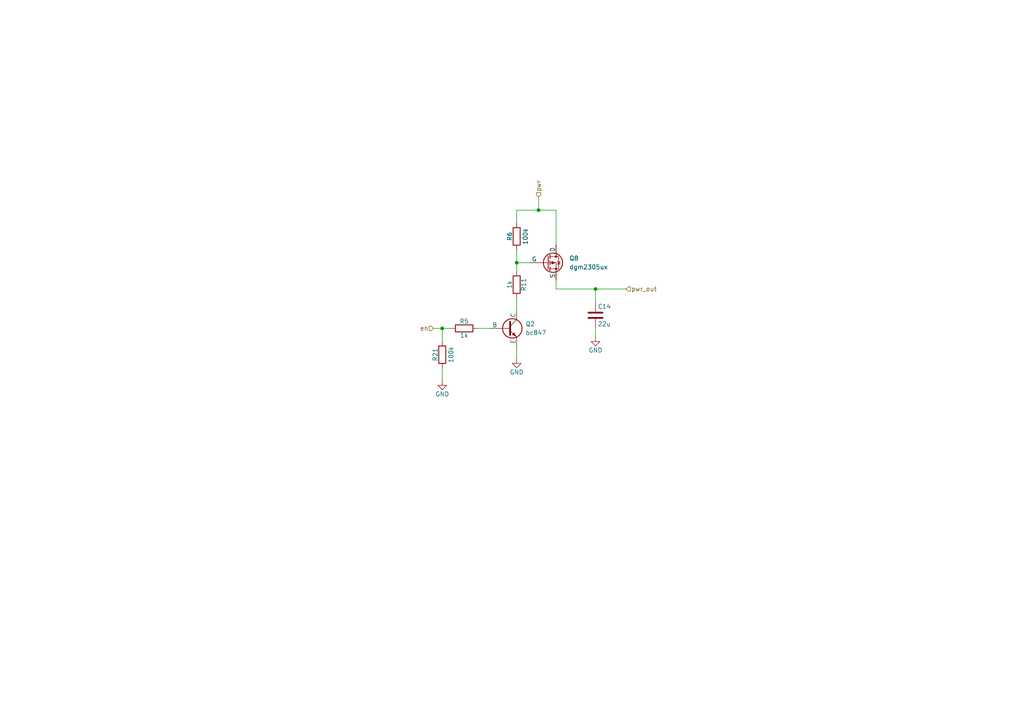
<source format=kicad_sch>
(kicad_sch
	(version 20250114)
	(generator "eeschema")
	(generator_version "9.0")
	(uuid "cdeae20d-5448-4e66-a451-1ba5e31d4c06")
	(paper "A4")
	(lib_symbols
		(symbol "Device:C"
			(pin_numbers
				(hide yes)
			)
			(pin_names
				(offset 0.254)
			)
			(exclude_from_sim no)
			(in_bom yes)
			(on_board yes)
			(property "Reference" "C"
				(at 0.635 2.54 0)
				(effects
					(font
						(size 1.27 1.27)
					)
					(justify left)
				)
			)
			(property "Value" "C"
				(at 0.635 -2.54 0)
				(effects
					(font
						(size 1.27 1.27)
					)
					(justify left)
				)
			)
			(property "Footprint" ""
				(at 0.9652 -3.81 0)
				(effects
					(font
						(size 1.27 1.27)
					)
					(hide yes)
				)
			)
			(property "Datasheet" "~"
				(at 0 0 0)
				(effects
					(font
						(size 1.27 1.27)
					)
					(hide yes)
				)
			)
			(property "Description" "Unpolarized capacitor"
				(at 0 0 0)
				(effects
					(font
						(size 1.27 1.27)
					)
					(hide yes)
				)
			)
			(property "ki_keywords" "cap capacitor"
				(at 0 0 0)
				(effects
					(font
						(size 1.27 1.27)
					)
					(hide yes)
				)
			)
			(property "ki_fp_filters" "C_*"
				(at 0 0 0)
				(effects
					(font
						(size 1.27 1.27)
					)
					(hide yes)
				)
			)
			(symbol "C_0_1"
				(polyline
					(pts
						(xy -2.032 0.762) (xy 2.032 0.762)
					)
					(stroke
						(width 0.508)
						(type default)
					)
					(fill
						(type none)
					)
				)
				(polyline
					(pts
						(xy -2.032 -0.762) (xy 2.032 -0.762)
					)
					(stroke
						(width 0.508)
						(type default)
					)
					(fill
						(type none)
					)
				)
			)
			(symbol "C_1_1"
				(pin passive line
					(at 0 3.81 270)
					(length 2.794)
					(name "~"
						(effects
							(font
								(size 1.27 1.27)
							)
						)
					)
					(number "1"
						(effects
							(font
								(size 1.27 1.27)
							)
						)
					)
				)
				(pin passive line
					(at 0 -3.81 90)
					(length 2.794)
					(name "~"
						(effects
							(font
								(size 1.27 1.27)
							)
						)
					)
					(number "2"
						(effects
							(font
								(size 1.27 1.27)
							)
						)
					)
				)
			)
			(embedded_fonts no)
		)
		(symbol "Device:R"
			(pin_numbers
				(hide yes)
			)
			(pin_names
				(offset 0)
			)
			(exclude_from_sim no)
			(in_bom yes)
			(on_board yes)
			(property "Reference" "R"
				(at 2.032 0 90)
				(effects
					(font
						(size 1.27 1.27)
					)
				)
			)
			(property "Value" "R"
				(at 0 0 90)
				(effects
					(font
						(size 1.27 1.27)
					)
				)
			)
			(property "Footprint" ""
				(at -1.778 0 90)
				(effects
					(font
						(size 1.27 1.27)
					)
					(hide yes)
				)
			)
			(property "Datasheet" "~"
				(at 0 0 0)
				(effects
					(font
						(size 1.27 1.27)
					)
					(hide yes)
				)
			)
			(property "Description" "Resistor"
				(at 0 0 0)
				(effects
					(font
						(size 1.27 1.27)
					)
					(hide yes)
				)
			)
			(property "ki_keywords" "R res resistor"
				(at 0 0 0)
				(effects
					(font
						(size 1.27 1.27)
					)
					(hide yes)
				)
			)
			(property "ki_fp_filters" "R_*"
				(at 0 0 0)
				(effects
					(font
						(size 1.27 1.27)
					)
					(hide yes)
				)
			)
			(symbol "R_0_1"
				(rectangle
					(start -1.016 -2.54)
					(end 1.016 2.54)
					(stroke
						(width 0.254)
						(type default)
					)
					(fill
						(type none)
					)
				)
			)
			(symbol "R_1_1"
				(pin passive line
					(at 0 3.81 270)
					(length 1.27)
					(name "~"
						(effects
							(font
								(size 1.27 1.27)
							)
						)
					)
					(number "1"
						(effects
							(font
								(size 1.27 1.27)
							)
						)
					)
				)
				(pin passive line
					(at 0 -3.81 90)
					(length 1.27)
					(name "~"
						(effects
							(font
								(size 1.27 1.27)
							)
						)
					)
					(number "2"
						(effects
							(font
								(size 1.27 1.27)
							)
						)
					)
				)
			)
			(embedded_fonts no)
		)
		(symbol "bc847:bc847"
			(pin_numbers
				(hide yes)
			)
			(pin_names
				(offset 0)
			)
			(exclude_from_sim no)
			(in_bom yes)
			(on_board yes)
			(property "Reference" "Q5"
				(at 5.08 1.2701 0)
				(effects
					(font
						(size 1.27 1.27)
					)
					(justify left)
				)
			)
			(property "Value" "bc847"
				(at 5.08 -1.2699 0)
				(effects
					(font
						(size 1.27 1.27)
					)
					(justify left)
				)
			)
			(property "Footprint" "Package_TO_SOT_SMD:SOT-23"
				(at 63.5 0 0)
				(effects
					(font
						(size 1.27 1.27)
					)
					(hide yes)
				)
			)
			(property "Datasheet" "https://ngspice.sourceforge.io/docs/ngspice-html-manual/manual.xhtml#cha_BJTs"
				(at 63.5 0 0)
				(effects
					(font
						(size 1.27 1.27)
					)
					(hide yes)
				)
			)
			(property "Description" "Bipolar transistor symbol for simulation only, substrate tied to the emitter"
				(at 0 0 0)
				(effects
					(font
						(size 1.27 1.27)
					)
					(hide yes)
				)
			)
			(property "Sim.Device" "NPN"
				(at 0 0 0)
				(effects
					(font
						(size 1.27 1.27)
					)
					(hide yes)
				)
			)
			(property "Sim.Type" "GUMMELPOON"
				(at 0 0 0)
				(effects
					(font
						(size 1.27 1.27)
					)
					(hide yes)
				)
			)
			(property "Sim.Pins" "1=C 2=B 3=E"
				(at 0 0 0)
				(effects
					(font
						(size 1.27 1.27)
					)
					(hide yes)
				)
			)
			(property "url" "https://www.digikey.com/en/products/detail/nexperia-usa-inc/BC847B-235/1232278"
				(at 0 0 0)
				(effects
					(font
						(size 1.27 1.27)
					)
					(hide yes)
				)
			)
			(property "ki_keywords" "simulation"
				(at 0 0 0)
				(effects
					(font
						(size 1.27 1.27)
					)
					(hide yes)
				)
			)
			(symbol "bc847_0_1"
				(polyline
					(pts
						(xy -2.54 0) (xy 0.635 0)
					)
					(stroke
						(width 0.1524)
						(type default)
					)
					(fill
						(type none)
					)
				)
				(polyline
					(pts
						(xy 0.635 1.905) (xy 0.635 -1.905) (xy 0.635 -1.905)
					)
					(stroke
						(width 0.508)
						(type default)
					)
					(fill
						(type none)
					)
				)
				(polyline
					(pts
						(xy 0.635 0.635) (xy 2.54 2.54)
					)
					(stroke
						(width 0)
						(type default)
					)
					(fill
						(type none)
					)
				)
				(polyline
					(pts
						(xy 0.635 -0.635) (xy 2.54 -2.54) (xy 2.54 -2.54)
					)
					(stroke
						(width 0)
						(type default)
					)
					(fill
						(type none)
					)
				)
				(circle
					(center 1.27 0)
					(radius 2.8194)
					(stroke
						(width 0.254)
						(type default)
					)
					(fill
						(type none)
					)
				)
				(polyline
					(pts
						(xy 1.27 -1.778) (xy 1.778 -1.27) (xy 2.286 -2.286) (xy 1.27 -1.778) (xy 1.27 -1.778)
					)
					(stroke
						(width 0)
						(type default)
					)
					(fill
						(type outline)
					)
				)
				(polyline
					(pts
						(xy 2.794 -1.27) (xy 2.794 -1.27)
					)
					(stroke
						(width 0.1524)
						(type default)
					)
					(fill
						(type none)
					)
				)
				(polyline
					(pts
						(xy 2.794 -1.27) (xy 2.794 -1.27)
					)
					(stroke
						(width 0.1524)
						(type default)
					)
					(fill
						(type none)
					)
				)
			)
			(symbol "bc847_1_1"
				(pin input line
					(at -5.08 0 0)
					(length 2.54)
					(name "B"
						(effects
							(font
								(size 1.27 1.27)
							)
						)
					)
					(number "1"
						(effects
							(font
								(size 1.27 1.27)
							)
						)
					)
				)
				(pin open_collector line
					(at 2.54 5.08 270)
					(length 2.54)
					(name "C"
						(effects
							(font
								(size 1.27 1.27)
							)
						)
					)
					(number "3"
						(effects
							(font
								(size 1.27 1.27)
							)
						)
					)
				)
				(pin open_emitter line
					(at 2.54 -5.08 90)
					(length 2.54)
					(name "E"
						(effects
							(font
								(size 1.27 1.27)
							)
						)
					)
					(number "2"
						(effects
							(font
								(size 1.27 1.27)
							)
						)
					)
				)
			)
			(embedded_fonts no)
		)
		(symbol "dgm2305ux:dgm2305ux"
			(pin_numbers
				(hide yes)
			)
			(pin_names
				(offset 0)
			)
			(exclude_from_sim no)
			(in_bom yes)
			(on_board yes)
			(property "Reference" "Q6"
				(at 6.35 1.2701 0)
				(effects
					(font
						(size 1.27 1.27)
					)
					(justify left)
				)
			)
			(property "Value" "dgm2305ux"
				(at 6.35 -1.2699 0)
				(effects
					(font
						(size 1.27 1.27)
					)
					(justify left)
				)
			)
			(property "Footprint" "Package_TO_SOT_SMD:SOT-23"
				(at 5.08 2.54 0)
				(effects
					(font
						(size 1.27 1.27)
					)
					(hide yes)
				)
			)
			(property "Datasheet" "https://ngspice.sourceforge.io/docs/ngspice-html-manual/manual.xhtml#cha_MOSFETs"
				(at 0 -12.7 0)
				(effects
					(font
						(size 1.27 1.27)
					)
					(hide yes)
				)
			)
			(property "Description" "P-MOSFET transistor, drain/source/gate"
				(at 0 0 0)
				(effects
					(font
						(size 1.27 1.27)
					)
					(hide yes)
				)
			)
			(property "Sim.Device" "PMOS"
				(at 0 -17.145 0)
				(effects
					(font
						(size 1.27 1.27)
					)
					(hide yes)
				)
			)
			(property "Sim.Type" "VDMOS"
				(at 0 -19.05 0)
				(effects
					(font
						(size 1.27 1.27)
					)
					(hide yes)
				)
			)
			(property "Sim.Pins" "1=D 2=G 3=S"
				(at 0 -15.24 0)
				(effects
					(font
						(size 1.27 1.27)
					)
					(hide yes)
				)
			)
			(property "url" "https://www.digikey.com/en/products/detail/diodes-incorporated/DMG2305UX-7/4340667"
				(at 0 0 0)
				(effects
					(font
						(size 1.27 1.27)
					)
					(hide yes)
				)
			)
			(property "ki_keywords" "transistor PMOS P-MOS P-MOSFET simulation"
				(at 0 0 0)
				(effects
					(font
						(size 1.27 1.27)
					)
					(hide yes)
				)
			)
			(symbol "dgm2305ux_0_1"
				(polyline
					(pts
						(xy 0.254 1.905) (xy 0.254 -1.905)
					)
					(stroke
						(width 0.254)
						(type default)
					)
					(fill
						(type none)
					)
				)
				(polyline
					(pts
						(xy 0.254 0) (xy -2.54 0)
					)
					(stroke
						(width 0)
						(type default)
					)
					(fill
						(type none)
					)
				)
				(polyline
					(pts
						(xy 0.762 2.286) (xy 0.762 1.27)
					)
					(stroke
						(width 0.254)
						(type default)
					)
					(fill
						(type none)
					)
				)
				(polyline
					(pts
						(xy 0.762 1.778) (xy 3.302 1.778) (xy 3.302 -1.778) (xy 0.762 -1.778)
					)
					(stroke
						(width 0)
						(type default)
					)
					(fill
						(type none)
					)
				)
				(polyline
					(pts
						(xy 0.762 0.508) (xy 0.762 -0.508)
					)
					(stroke
						(width 0.254)
						(type default)
					)
					(fill
						(type none)
					)
				)
				(polyline
					(pts
						(xy 0.762 -1.27) (xy 0.762 -2.286)
					)
					(stroke
						(width 0.254)
						(type default)
					)
					(fill
						(type none)
					)
				)
				(circle
					(center 1.651 0)
					(radius 2.794)
					(stroke
						(width 0.254)
						(type default)
					)
					(fill
						(type none)
					)
				)
				(polyline
					(pts
						(xy 2.286 0) (xy 1.27 0.381) (xy 1.27 -0.381) (xy 2.286 0)
					)
					(stroke
						(width 0)
						(type default)
					)
					(fill
						(type outline)
					)
				)
				(polyline
					(pts
						(xy 2.54 2.54) (xy 2.54 1.778)
					)
					(stroke
						(width 0)
						(type default)
					)
					(fill
						(type none)
					)
				)
				(circle
					(center 2.54 1.778)
					(radius 0.254)
					(stroke
						(width 0)
						(type default)
					)
					(fill
						(type outline)
					)
				)
				(circle
					(center 2.54 -1.778)
					(radius 0.254)
					(stroke
						(width 0)
						(type default)
					)
					(fill
						(type outline)
					)
				)
				(polyline
					(pts
						(xy 2.54 -2.54) (xy 2.54 0) (xy 0.762 0)
					)
					(stroke
						(width 0)
						(type default)
					)
					(fill
						(type none)
					)
				)
				(polyline
					(pts
						(xy 2.794 -0.508) (xy 2.921 -0.381) (xy 3.683 -0.381) (xy 3.81 -0.254)
					)
					(stroke
						(width 0)
						(type default)
					)
					(fill
						(type none)
					)
				)
				(polyline
					(pts
						(xy 3.302 -0.381) (xy 2.921 0.254) (xy 3.683 0.254) (xy 3.302 -0.381)
					)
					(stroke
						(width 0)
						(type default)
					)
					(fill
						(type none)
					)
				)
			)
			(symbol "dgm2305ux_1_1"
				(pin input line
					(at -5.08 0 0)
					(length 2.54)
					(name "G"
						(effects
							(font
								(size 1.27 1.27)
							)
						)
					)
					(number "1"
						(effects
							(font
								(size 1.27 1.27)
							)
						)
					)
				)
				(pin passive line
					(at 2.54 5.08 270)
					(length 2.54)
					(name "D"
						(effects
							(font
								(size 1.27 1.27)
							)
						)
					)
					(number "3"
						(effects
							(font
								(size 1.27 1.27)
							)
						)
					)
				)
				(pin passive line
					(at 2.54 -5.08 90)
					(length 2.54)
					(name "S"
						(effects
							(font
								(size 1.27 1.27)
							)
						)
					)
					(number "2"
						(effects
							(font
								(size 1.27 1.27)
							)
						)
					)
				)
			)
			(embedded_fonts no)
		)
		(symbol "power:GND"
			(power)
			(pin_numbers
				(hide yes)
			)
			(pin_names
				(offset 0)
				(hide yes)
			)
			(exclude_from_sim no)
			(in_bom yes)
			(on_board yes)
			(property "Reference" "#PWR"
				(at 0 -6.35 0)
				(effects
					(font
						(size 1.27 1.27)
					)
					(hide yes)
				)
			)
			(property "Value" "GND"
				(at 0 -3.81 0)
				(effects
					(font
						(size 1.27 1.27)
					)
				)
			)
			(property "Footprint" ""
				(at 0 0 0)
				(effects
					(font
						(size 1.27 1.27)
					)
					(hide yes)
				)
			)
			(property "Datasheet" ""
				(at 0 0 0)
				(effects
					(font
						(size 1.27 1.27)
					)
					(hide yes)
				)
			)
			(property "Description" "Power symbol creates a global label with name \"GND\" , ground"
				(at 0 0 0)
				(effects
					(font
						(size 1.27 1.27)
					)
					(hide yes)
				)
			)
			(property "ki_keywords" "global power"
				(at 0 0 0)
				(effects
					(font
						(size 1.27 1.27)
					)
					(hide yes)
				)
			)
			(symbol "GND_0_1"
				(polyline
					(pts
						(xy 0 0) (xy 0 -1.27) (xy 1.27 -1.27) (xy 0 -2.54) (xy -1.27 -1.27) (xy 0 -1.27)
					)
					(stroke
						(width 0)
						(type default)
					)
					(fill
						(type none)
					)
				)
			)
			(symbol "GND_1_1"
				(pin power_in line
					(at 0 0 270)
					(length 0)
					(name "~"
						(effects
							(font
								(size 1.27 1.27)
							)
						)
					)
					(number "1"
						(effects
							(font
								(size 1.27 1.27)
							)
						)
					)
				)
			)
			(embedded_fonts no)
		)
	)
	(junction
		(at 128.27 95.25)
		(diameter 0)
		(color 0 0 0 0)
		(uuid "27c8c48e-a0aa-4367-a8a2-b5e6274eb577")
	)
	(junction
		(at 149.86 76.2)
		(diameter 0)
		(color 0 0 0 0)
		(uuid "e686ad35-ad53-40e8-9bec-d55c59794cce")
	)
	(junction
		(at 172.72 83.82)
		(diameter 0)
		(color 0 0 0 0)
		(uuid "f69b65aa-abb8-49ab-bf5a-2aa45d7013b5")
	)
	(junction
		(at 156.21 60.96)
		(diameter 0)
		(color 0 0 0 0)
		(uuid "fd70027e-e910-4076-9c34-24299dbaaaa3")
	)
	(wire
		(pts
			(xy 149.86 60.96) (xy 156.21 60.96)
		)
		(stroke
			(width 0)
			(type default)
		)
		(uuid "0ca335e6-43a2-4bbf-ab2c-28936f204294")
	)
	(wire
		(pts
			(xy 128.27 95.25) (xy 128.27 99.06)
		)
		(stroke
			(width 0)
			(type default)
		)
		(uuid "376b7510-d8b9-4177-8d34-3b945ebb451b")
	)
	(wire
		(pts
			(xy 161.29 83.82) (xy 172.72 83.82)
		)
		(stroke
			(width 0)
			(type default)
		)
		(uuid "37715194-8288-42aa-89b1-2ce11b03bc71")
	)
	(wire
		(pts
			(xy 149.86 100.33) (xy 149.86 104.14)
		)
		(stroke
			(width 0)
			(type default)
		)
		(uuid "39c24236-c9b9-4386-bb8d-9d7ca398d708")
	)
	(wire
		(pts
			(xy 156.21 57.15) (xy 156.21 60.96)
		)
		(stroke
			(width 0)
			(type default)
		)
		(uuid "3a00329a-d851-489b-bc37-5907779e7af7")
	)
	(wire
		(pts
			(xy 128.27 106.68) (xy 128.27 110.49)
		)
		(stroke
			(width 0)
			(type default)
		)
		(uuid "5225a8d4-c383-4962-a663-d8302348bae6")
	)
	(wire
		(pts
			(xy 156.21 60.96) (xy 161.29 60.96)
		)
		(stroke
			(width 0)
			(type default)
		)
		(uuid "65ad27dd-ff10-4a40-bd8c-83246414eb55")
	)
	(wire
		(pts
			(xy 149.86 60.96) (xy 149.86 64.77)
		)
		(stroke
			(width 0)
			(type default)
		)
		(uuid "6a792d17-102a-40fa-81c0-01f8494906dc")
	)
	(wire
		(pts
			(xy 128.27 95.25) (xy 130.81 95.25)
		)
		(stroke
			(width 0)
			(type default)
		)
		(uuid "7e56053f-12c9-424e-8b80-f6a2637f449d")
	)
	(wire
		(pts
			(xy 125.73 95.25) (xy 128.27 95.25)
		)
		(stroke
			(width 0)
			(type default)
		)
		(uuid "87a55bff-133a-41ea-b2d2-46dd127d116e")
	)
	(wire
		(pts
			(xy 153.67 76.2) (xy 149.86 76.2)
		)
		(stroke
			(width 0)
			(type default)
		)
		(uuid "967259fe-c58a-4805-97c2-ca2062e48195")
	)
	(wire
		(pts
			(xy 172.72 83.82) (xy 181.61 83.82)
		)
		(stroke
			(width 0)
			(type default)
		)
		(uuid "ba21d009-8d4c-42c5-a623-464d49ee1785")
	)
	(wire
		(pts
			(xy 149.86 72.39) (xy 149.86 76.2)
		)
		(stroke
			(width 0)
			(type default)
		)
		(uuid "bea51efc-bb3a-4b79-9c12-5bddb72c61f4")
	)
	(wire
		(pts
			(xy 161.29 81.28) (xy 161.29 83.82)
		)
		(stroke
			(width 0)
			(type default)
		)
		(uuid "c4890ab3-898a-4129-b6e2-9d22b7fb2dda")
	)
	(wire
		(pts
			(xy 138.43 95.25) (xy 142.24 95.25)
		)
		(stroke
			(width 0)
			(type default)
		)
		(uuid "d3812204-2140-4029-a4c6-2e5c7328d691")
	)
	(wire
		(pts
			(xy 149.86 76.2) (xy 149.86 78.74)
		)
		(stroke
			(width 0)
			(type default)
		)
		(uuid "d5c5be4b-0da2-40a9-863d-248ac7e26918")
	)
	(wire
		(pts
			(xy 172.72 95.25) (xy 172.72 97.79)
		)
		(stroke
			(width 0)
			(type default)
		)
		(uuid "db76811e-c332-4de1-ae4e-543531460137")
	)
	(wire
		(pts
			(xy 149.86 86.36) (xy 149.86 90.17)
		)
		(stroke
			(width 0)
			(type default)
		)
		(uuid "e46308dc-8c66-4cbb-b418-074b03b4ce3c")
	)
	(wire
		(pts
			(xy 172.72 83.82) (xy 172.72 87.63)
		)
		(stroke
			(width 0)
			(type default)
		)
		(uuid "f9b7b240-fa82-4840-baa1-675c369a3208")
	)
	(wire
		(pts
			(xy 161.29 60.96) (xy 161.29 71.12)
		)
		(stroke
			(width 0)
			(type default)
		)
		(uuid "ffdd5dc4-04b8-48bf-aed8-4672b8e28d0b")
	)
	(hierarchical_label "pwr_out"
		(shape input)
		(at 181.61 83.82 0)
		(effects
			(font
				(size 1.27 1.27)
			)
			(justify left)
		)
		(uuid "41df929e-0033-4366-aeb2-c66f1d93183f")
	)
	(hierarchical_label "en"
		(shape input)
		(at 125.73 95.25 180)
		(effects
			(font
				(size 1.27 1.27)
			)
			(justify right)
		)
		(uuid "82b26ef3-9351-407a-b9ab-e4f91faeb132")
	)
	(hierarchical_label "pwr"
		(shape input)
		(at 156.21 57.15 90)
		(effects
			(font
				(size 1.27 1.27)
			)
			(justify left)
		)
		(uuid "d1579471-ace5-46b7-bebb-960f9a332702")
	)
	(symbol
		(lib_id "power:GND")
		(at 149.86 104.14 0)
		(unit 1)
		(exclude_from_sim no)
		(in_bom yes)
		(on_board yes)
		(dnp no)
		(uuid "21a36e49-f64d-4d8d-b015-8fe55f53c7d0")
		(property "Reference" "#PWR025"
			(at 149.86 110.49 0)
			(effects
				(font
					(size 1.27 1.27)
				)
				(hide yes)
			)
		)
		(property "Value" "GND"
			(at 149.86 107.95 0)
			(effects
				(font
					(size 1.27 1.27)
				)
			)
		)
		(property "Footprint" ""
			(at 149.86 104.14 0)
			(effects
				(font
					(size 1.27 1.27)
				)
				(hide yes)
			)
		)
		(property "Datasheet" ""
			(at 149.86 104.14 0)
			(effects
				(font
					(size 1.27 1.27)
				)
				(hide yes)
			)
		)
		(property "Description" "Power symbol creates a global label with name \"GND\" , ground"
			(at 149.86 104.14 0)
			(effects
				(font
					(size 1.27 1.27)
				)
				(hide yes)
			)
		)
		(pin "1"
			(uuid "c5138d98-fc04-44c9-bb5e-00bece05a212")
		)
		(instances
			(project "audio_board"
				(path "/baedfaab-6940-4c04-b4a7-304f9ffa239d/7706a9b8-079f-4938-b38a-3fd6257c904f"
					(reference "#PWR08")
					(unit 1)
				)
				(path "/baedfaab-6940-4c04-b4a7-304f9ffa239d/de9e6a7d-c324-4893-b8ee-7fc82adcf756"
					(reference "#PWR025")
					(unit 1)
				)
			)
		)
	)
	(symbol
		(lib_id "Device:R")
		(at 149.86 82.55 0)
		(unit 1)
		(exclude_from_sim no)
		(in_bom yes)
		(on_board yes)
		(dnp no)
		(uuid "4f32dd4e-7362-4a02-b6ef-43fb19890ec4")
		(property "Reference" "R10"
			(at 151.892 82.55 90)
			(effects
				(font
					(size 1.27 1.27)
				)
			)
		)
		(property "Value" "1k"
			(at 147.828 82.55 90)
			(effects
				(font
					(size 1.27 1.27)
				)
			)
		)
		(property "Footprint" "Capacitor_SMD:C_0603_1608Metric_Pad1.08x0.95mm_HandSolder"
			(at 148.082 82.55 90)
			(effects
				(font
					(size 1.27 1.27)
				)
				(hide yes)
			)
		)
		(property "Datasheet" "~"
			(at 149.86 82.55 0)
			(effects
				(font
					(size 1.27 1.27)
				)
				(hide yes)
			)
		)
		(property "Description" "Resistor"
			(at 149.86 82.55 0)
			(effects
				(font
					(size 1.27 1.27)
				)
				(hide yes)
			)
		)
		(property "URL" "https://www.digikey.com/en/products/detail/yageo/RC0603JR-131KL/13694162"
			(at 149.86 82.55 90)
			(effects
				(font
					(size 1.27 1.27)
				)
				(hide yes)
			)
		)
		(pin "1"
			(uuid "d1a4a9c2-f5c2-4720-84d8-7e323d70b143")
		)
		(pin "2"
			(uuid "0553cf04-621d-447d-aee6-25ae3ca5dd50")
		)
		(instances
			(project "audio_board"
				(path "/baedfaab-6940-4c04-b4a7-304f9ffa239d/7706a9b8-079f-4938-b38a-3fd6257c904f"
					(reference "R11")
					(unit 1)
				)
				(path "/baedfaab-6940-4c04-b4a7-304f9ffa239d/de9e6a7d-c324-4893-b8ee-7fc82adcf756"
					(reference "R10")
					(unit 1)
				)
			)
		)
	)
	(symbol
		(lib_id "Device:R")
		(at 149.86 68.58 0)
		(mirror y)
		(unit 1)
		(exclude_from_sim no)
		(in_bom yes)
		(on_board yes)
		(dnp no)
		(uuid "7b68eaab-ee04-417e-a756-5da0b4888b6c")
		(property "Reference" "R9"
			(at 147.828 68.58 90)
			(effects
				(font
					(size 1.27 1.27)
				)
			)
		)
		(property "Value" "100k"
			(at 152.4 68.58 90)
			(effects
				(font
					(size 1.27 1.27)
				)
			)
		)
		(property "Footprint" "Resistor_SMD:R_0603_1608Metric_Pad0.98x0.95mm_HandSolder"
			(at 151.638 68.58 90)
			(effects
				(font
					(size 1.27 1.27)
				)
				(hide yes)
			)
		)
		(property "Datasheet" "~"
			(at 149.86 68.58 0)
			(effects
				(font
					(size 1.27 1.27)
				)
				(hide yes)
			)
		)
		(property "Description" "Resistor"
			(at 149.86 68.58 0)
			(effects
				(font
					(size 1.27 1.27)
				)
				(hide yes)
			)
		)
		(pin "2"
			(uuid "80346c5a-b3dd-49f1-8b50-b1290bd5bf9e")
		)
		(pin "1"
			(uuid "b2f0c361-48ab-4a0b-a202-683d1a6d7a07")
		)
		(instances
			(project "audio_board"
				(path "/baedfaab-6940-4c04-b4a7-304f9ffa239d/7706a9b8-079f-4938-b38a-3fd6257c904f"
					(reference "R6")
					(unit 1)
				)
				(path "/baedfaab-6940-4c04-b4a7-304f9ffa239d/de9e6a7d-c324-4893-b8ee-7fc82adcf756"
					(reference "R9")
					(unit 1)
				)
			)
		)
	)
	(symbol
		(lib_id "bc847:bc847")
		(at 147.32 95.25 0)
		(unit 1)
		(exclude_from_sim no)
		(in_bom yes)
		(on_board yes)
		(dnp no)
		(fields_autoplaced yes)
		(uuid "7b9c7a32-5525-4f94-a612-58741e190566")
		(property "Reference" "Q1"
			(at 152.4 93.9799 0)
			(effects
				(font
					(size 1.27 1.27)
				)
				(justify left)
			)
		)
		(property "Value" "bc847"
			(at 152.4 96.5199 0)
			(effects
				(font
					(size 1.27 1.27)
				)
				(justify left)
			)
		)
		(property "Footprint" "Package_TO_SOT_SMD:SOT-23"
			(at 210.82 95.25 0)
			(effects
				(font
					(size 1.27 1.27)
				)
				(hide yes)
			)
		)
		(property "Datasheet" "https://ngspice.sourceforge.io/docs/ngspice-html-manual/manual.xhtml#cha_BJTs"
			(at 210.82 95.25 0)
			(effects
				(font
					(size 1.27 1.27)
				)
				(hide yes)
			)
		)
		(property "Description" "Bipolar transistor symbol for simulation only, substrate tied to the emitter"
			(at 147.32 95.25 0)
			(effects
				(font
					(size 1.27 1.27)
				)
				(hide yes)
			)
		)
		(property "Sim.Device" "NPN"
			(at 147.32 95.25 0)
			(effects
				(font
					(size 1.27 1.27)
				)
				(hide yes)
			)
		)
		(property "Sim.Type" "GUMMELPOON"
			(at 147.32 95.25 0)
			(effects
				(font
					(size 1.27 1.27)
				)
				(hide yes)
			)
		)
		(property "Sim.Pins" "1=C 2=B 3=E"
			(at 147.32 95.25 0)
			(effects
				(font
					(size 1.27 1.27)
				)
				(hide yes)
			)
		)
		(property "url" "https://www.digikey.com/en/products/detail/nexperia-usa-inc/BC847B-235/1232278"
			(at 147.32 95.25 0)
			(effects
				(font
					(size 1.27 1.27)
				)
				(hide yes)
			)
		)
		(pin "3"
			(uuid "855965a9-5299-4381-8ecd-30c69cdd46d6")
		)
		(pin "2"
			(uuid "ad7ed584-5cf6-4c52-9eee-c98cd69cae73")
		)
		(pin "1"
			(uuid "eeafe3e2-cb2e-4cfa-8831-ca42111cd62a")
		)
		(instances
			(project ""
				(path "/baedfaab-6940-4c04-b4a7-304f9ffa239d/7706a9b8-079f-4938-b38a-3fd6257c904f"
					(reference "Q2")
					(unit 1)
				)
				(path "/baedfaab-6940-4c04-b4a7-304f9ffa239d/de9e6a7d-c324-4893-b8ee-7fc82adcf756"
					(reference "Q1")
					(unit 1)
				)
			)
		)
	)
	(symbol
		(lib_id "power:GND")
		(at 172.72 97.79 0)
		(unit 1)
		(exclude_from_sim no)
		(in_bom yes)
		(on_board yes)
		(dnp no)
		(uuid "876d4a0e-1acb-49b2-ab5c-8cf23b640f36")
		(property "Reference" "#PWR026"
			(at 172.72 104.14 0)
			(effects
				(font
					(size 1.27 1.27)
				)
				(hide yes)
			)
		)
		(property "Value" "GND"
			(at 172.72 101.6 0)
			(effects
				(font
					(size 1.27 1.27)
				)
			)
		)
		(property "Footprint" ""
			(at 172.72 97.79 0)
			(effects
				(font
					(size 1.27 1.27)
				)
				(hide yes)
			)
		)
		(property "Datasheet" ""
			(at 172.72 97.79 0)
			(effects
				(font
					(size 1.27 1.27)
				)
				(hide yes)
			)
		)
		(property "Description" "Power symbol creates a global label with name \"GND\" , ground"
			(at 172.72 97.79 0)
			(effects
				(font
					(size 1.27 1.27)
				)
				(hide yes)
			)
		)
		(pin "1"
			(uuid "86278f9a-44aa-438a-858b-53ffabff8e1e")
		)
		(instances
			(project "audio_board"
				(path "/baedfaab-6940-4c04-b4a7-304f9ffa239d/7706a9b8-079f-4938-b38a-3fd6257c904f"
					(reference "#PWR021")
					(unit 1)
				)
				(path "/baedfaab-6940-4c04-b4a7-304f9ffa239d/de9e6a7d-c324-4893-b8ee-7fc82adcf756"
					(reference "#PWR026")
					(unit 1)
				)
			)
		)
	)
	(symbol
		(lib_id "Device:R")
		(at 134.62 95.25 90)
		(unit 1)
		(exclude_from_sim no)
		(in_bom yes)
		(on_board yes)
		(dnp no)
		(uuid "95447276-10e9-4459-bb1f-6514078cc883")
		(property "Reference" "R8"
			(at 134.62 93.218 90)
			(effects
				(font
					(size 1.27 1.27)
				)
			)
		)
		(property "Value" "1k"
			(at 134.62 97.282 90)
			(effects
				(font
					(size 1.27 1.27)
				)
			)
		)
		(property "Footprint" "Capacitor_SMD:C_0603_1608Metric_Pad1.08x0.95mm_HandSolder"
			(at 134.62 97.028 90)
			(effects
				(font
					(size 1.27 1.27)
				)
				(hide yes)
			)
		)
		(property "Datasheet" "~"
			(at 134.62 95.25 0)
			(effects
				(font
					(size 1.27 1.27)
				)
				(hide yes)
			)
		)
		(property "Description" "Resistor"
			(at 134.62 95.25 0)
			(effects
				(font
					(size 1.27 1.27)
				)
				(hide yes)
			)
		)
		(property "URL" "https://www.digikey.com/en/products/detail/yageo/RC0603JR-131KL/13694162"
			(at 134.62 95.25 90)
			(effects
				(font
					(size 1.27 1.27)
				)
				(hide yes)
			)
		)
		(pin "1"
			(uuid "afc18801-e1b7-4ee7-be1c-50e404745a71")
		)
		(pin "2"
			(uuid "5b8cb789-bb38-43ab-8ddd-4ffa2e8081fe")
		)
		(instances
			(project "audio_board"
				(path "/baedfaab-6940-4c04-b4a7-304f9ffa239d/7706a9b8-079f-4938-b38a-3fd6257c904f"
					(reference "R5")
					(unit 1)
				)
				(path "/baedfaab-6940-4c04-b4a7-304f9ffa239d/de9e6a7d-c324-4893-b8ee-7fc82adcf756"
					(reference "R8")
					(unit 1)
				)
			)
		)
	)
	(symbol
		(lib_id "Device:R")
		(at 128.27 102.87 0)
		(mirror y)
		(unit 1)
		(exclude_from_sim no)
		(in_bom yes)
		(on_board yes)
		(dnp no)
		(uuid "a87f017f-240f-47ac-a0f7-e1963bcd9e19")
		(property "Reference" "R20"
			(at 126.238 102.87 90)
			(effects
				(font
					(size 1.27 1.27)
				)
			)
		)
		(property "Value" "100k"
			(at 130.81 102.87 90)
			(effects
				(font
					(size 1.27 1.27)
				)
			)
		)
		(property "Footprint" "Resistor_SMD:R_0603_1608Metric_Pad0.98x0.95mm_HandSolder"
			(at 130.048 102.87 90)
			(effects
				(font
					(size 1.27 1.27)
				)
				(hide yes)
			)
		)
		(property "Datasheet" "~"
			(at 128.27 102.87 0)
			(effects
				(font
					(size 1.27 1.27)
				)
				(hide yes)
			)
		)
		(property "Description" "Resistor"
			(at 128.27 102.87 0)
			(effects
				(font
					(size 1.27 1.27)
				)
				(hide yes)
			)
		)
		(pin "2"
			(uuid "0261fea1-56e3-40e5-9401-d8268d9b9746")
		)
		(pin "1"
			(uuid "cede4266-17e4-442e-b0c2-00463c1dc9e1")
		)
		(instances
			(project "audio_board"
				(path "/baedfaab-6940-4c04-b4a7-304f9ffa239d/7706a9b8-079f-4938-b38a-3fd6257c904f"
					(reference "R21")
					(unit 1)
				)
				(path "/baedfaab-6940-4c04-b4a7-304f9ffa239d/de9e6a7d-c324-4893-b8ee-7fc82adcf756"
					(reference "R20")
					(unit 1)
				)
			)
		)
	)
	(symbol
		(lib_id "Device:C")
		(at 172.72 91.44 0)
		(unit 1)
		(exclude_from_sim no)
		(in_bom yes)
		(on_board yes)
		(dnp no)
		(uuid "beb6adc0-5d1a-4450-a063-fb7e6ecae9ca")
		(property "Reference" "C15"
			(at 173.355 88.9 0)
			(effects
				(font
					(size 1.27 1.27)
				)
				(justify left)
			)
		)
		(property "Value" "22u"
			(at 173.355 93.98 0)
			(effects
				(font
					(size 1.27 1.27)
				)
				(justify left)
			)
		)
		(property "Footprint" "Capacitor_SMD:C_0603_1608Metric_Pad1.08x0.95mm_HandSolder"
			(at 173.6852 95.25 0)
			(effects
				(font
					(size 1.27 1.27)
				)
				(hide yes)
			)
		)
		(property "Datasheet" "~"
			(at 172.72 91.44 0)
			(effects
				(font
					(size 1.27 1.27)
				)
				(hide yes)
			)
		)
		(property "Description" "Unpolarized capacitor"
			(at 172.72 91.44 0)
			(effects
				(font
					(size 1.27 1.27)
				)
				(hide yes)
			)
		)
		(property "URL" "https://www.digikey.com/en/products/detail/kyocera-avx/0603YD226MAT2A/17866383"
			(at 172.72 91.44 0)
			(effects
				(font
					(size 1.524 1.524)
				)
				(hide yes)
			)
		)
		(pin "1"
			(uuid "763be8f6-cb07-41b3-a66c-122d6517b6ef")
		)
		(pin "2"
			(uuid "7d9bbd5d-544c-4dbe-8f25-b515eb460bfd")
		)
		(instances
			(project "audio_board"
				(path "/baedfaab-6940-4c04-b4a7-304f9ffa239d/7706a9b8-079f-4938-b38a-3fd6257c904f"
					(reference "C14")
					(unit 1)
				)
				(path "/baedfaab-6940-4c04-b4a7-304f9ffa239d/de9e6a7d-c324-4893-b8ee-7fc82adcf756"
					(reference "C15")
					(unit 1)
				)
			)
		)
	)
	(symbol
		(lib_id "power:GND")
		(at 128.27 110.49 0)
		(unit 1)
		(exclude_from_sim no)
		(in_bom yes)
		(on_board yes)
		(dnp no)
		(uuid "c25e0d0a-44d9-4476-b136-6f75d38a5f95")
		(property "Reference" "#PWR022"
			(at 128.27 116.84 0)
			(effects
				(font
					(size 1.27 1.27)
				)
				(hide yes)
			)
		)
		(property "Value" "GND"
			(at 128.27 114.3 0)
			(effects
				(font
					(size 1.27 1.27)
				)
			)
		)
		(property "Footprint" ""
			(at 128.27 110.49 0)
			(effects
				(font
					(size 1.27 1.27)
				)
				(hide yes)
			)
		)
		(property "Datasheet" ""
			(at 128.27 110.49 0)
			(effects
				(font
					(size 1.27 1.27)
				)
				(hide yes)
			)
		)
		(property "Description" "Power symbol creates a global label with name \"GND\" , ground"
			(at 128.27 110.49 0)
			(effects
				(font
					(size 1.27 1.27)
				)
				(hide yes)
			)
		)
		(pin "1"
			(uuid "3c553536-035f-41b3-89fc-20e71c7ed723")
		)
		(instances
			(project "audio_board"
				(path "/baedfaab-6940-4c04-b4a7-304f9ffa239d/7706a9b8-079f-4938-b38a-3fd6257c904f"
					(reference "#PWR042")
					(unit 1)
				)
				(path "/baedfaab-6940-4c04-b4a7-304f9ffa239d/de9e6a7d-c324-4893-b8ee-7fc82adcf756"
					(reference "#PWR022")
					(unit 1)
				)
			)
		)
	)
	(symbol
		(lib_id "dgm2305ux:dgm2305ux")
		(at 158.75 76.2 0)
		(unit 1)
		(exclude_from_sim no)
		(in_bom yes)
		(on_board yes)
		(dnp no)
		(fields_autoplaced yes)
		(uuid "e75094c0-b048-4e76-a172-2d35e143983d")
		(property "Reference" "Q7"
			(at 165.1 74.9299 0)
			(effects
				(font
					(size 1.27 1.27)
				)
				(justify left)
			)
		)
		(property "Value" "dgm2305ux"
			(at 165.1 77.4699 0)
			(effects
				(font
					(size 1.27 1.27)
				)
				(justify left)
			)
		)
		(property "Footprint" "Package_TO_SOT_SMD:SOT-23"
			(at 163.83 73.66 0)
			(effects
				(font
					(size 1.27 1.27)
				)
				(hide yes)
			)
		)
		(property "Datasheet" "https://ngspice.sourceforge.io/docs/ngspice-html-manual/manual.xhtml#cha_MOSFETs"
			(at 158.75 88.9 0)
			(effects
				(font
					(size 1.27 1.27)
				)
				(hide yes)
			)
		)
		(property "Description" "P-MOSFET transistor, drain/source/gate"
			(at 158.75 76.2 0)
			(effects
				(font
					(size 1.27 1.27)
				)
				(hide yes)
			)
		)
		(property "Sim.Device" "PMOS"
			(at 158.75 93.345 0)
			(effects
				(font
					(size 1.27 1.27)
				)
				(hide yes)
			)
		)
		(property "Sim.Type" "VDMOS"
			(at 158.75 95.25 0)
			(effects
				(font
					(size 1.27 1.27)
				)
				(hide yes)
			)
		)
		(property "Sim.Pins" "1=D 2=G 3=S"
			(at 158.75 91.44 0)
			(effects
				(font
					(size 1.27 1.27)
				)
				(hide yes)
			)
		)
		(property "url" "https://www.digikey.com/en/products/detail/diodes-incorporated/DMG2305UX-7/4340667"
			(at 158.75 76.2 0)
			(effects
				(font
					(size 1.27 1.27)
				)
				(hide yes)
			)
		)
		(pin "1"
			(uuid "951ad3dc-689a-47cb-a0e7-e24ad6510f9d")
		)
		(pin "3"
			(uuid "3a001078-06a1-476f-84e0-4558158a464e")
		)
		(pin "2"
			(uuid "619f8c69-22e8-458c-bac4-4743f5881dc0")
		)
		(instances
			(project ""
				(path "/baedfaab-6940-4c04-b4a7-304f9ffa239d/7706a9b8-079f-4938-b38a-3fd6257c904f"
					(reference "Q8")
					(unit 1)
				)
				(path "/baedfaab-6940-4c04-b4a7-304f9ffa239d/de9e6a7d-c324-4893-b8ee-7fc82adcf756"
					(reference "Q7")
					(unit 1)
				)
			)
		)
	)
)

</source>
